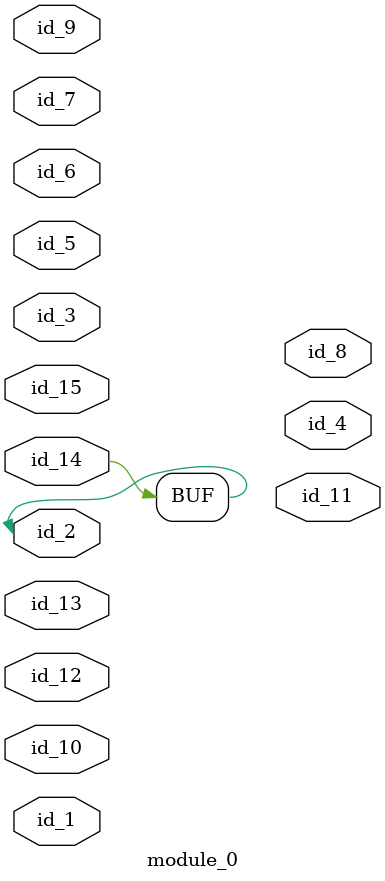
<source format=v>
module module_0 (
    id_1,
    id_2,
    id_3,
    id_4,
    id_5,
    id_6,
    id_7,
    id_8,
    id_9,
    id_10,
    id_11,
    id_12,
    id_13,
    id_14,
    id_15
);
  inout id_15;
  inout id_14;
  inout id_13;
  inout id_12;
  output id_11;
  input id_10;
  inout id_9;
  output id_8;
  input id_7;
  input id_6;
  input id_5;
  output id_4;
  input id_3;
  inout id_2;
  input id_1;
  assign id_14 = id_2;
endmodule

</source>
